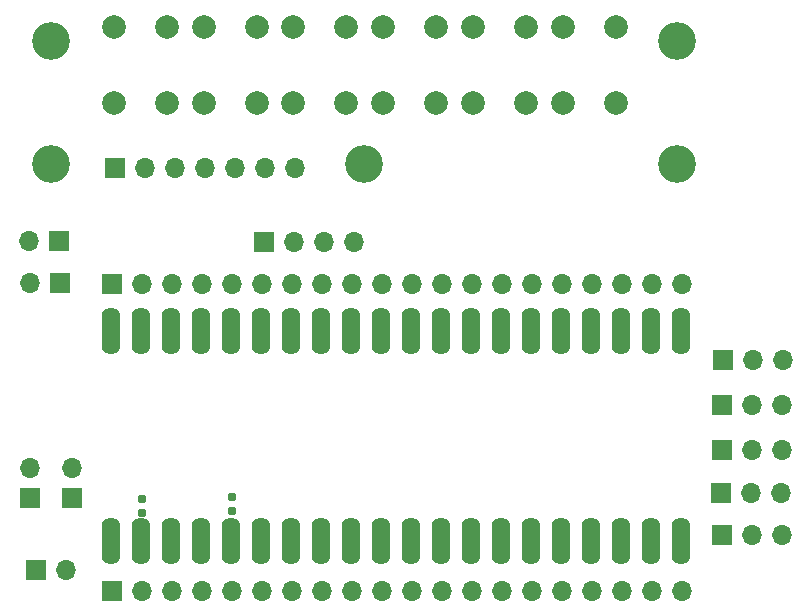
<source format=gbr>
%TF.GenerationSoftware,KiCad,Pcbnew,8.0.2*%
%TF.CreationDate,2024-06-06T20:57:22+03:00*%
%TF.ProjectId,FARA_KEYBOARD,46415241-5f4b-4455-9942-4f4152442e6b,rev?*%
%TF.SameCoordinates,Original*%
%TF.FileFunction,Soldermask,Top*%
%TF.FilePolarity,Negative*%
%FSLAX46Y46*%
G04 Gerber Fmt 4.6, Leading zero omitted, Abs format (unit mm)*
G04 Created by KiCad (PCBNEW 8.0.2) date 2024-06-06 20:57:22*
%MOMM*%
%LPD*%
G01*
G04 APERTURE LIST*
G04 Aperture macros list*
%AMRoundRect*
0 Rectangle with rounded corners*
0 $1 Rounding radius*
0 $2 $3 $4 $5 $6 $7 $8 $9 X,Y pos of 4 corners*
0 Add a 4 corners polygon primitive as box body*
4,1,4,$2,$3,$4,$5,$6,$7,$8,$9,$2,$3,0*
0 Add four circle primitives for the rounded corners*
1,1,$1+$1,$2,$3*
1,1,$1+$1,$4,$5*
1,1,$1+$1,$6,$7*
1,1,$1+$1,$8,$9*
0 Add four rect primitives between the rounded corners*
20,1,$1+$1,$2,$3,$4,$5,0*
20,1,$1+$1,$4,$5,$6,$7,0*
20,1,$1+$1,$6,$7,$8,$9,0*
20,1,$1+$1,$8,$9,$2,$3,0*%
G04 Aperture macros list end*
%ADD10C,2.000000*%
%ADD11RoundRect,0.160000X-0.160000X0.197500X-0.160000X-0.197500X0.160000X-0.197500X0.160000X0.197500X0*%
%ADD12C,3.200000*%
%ADD13R,1.700000X1.700000*%
%ADD14O,1.700000X1.700000*%
%ADD15O,1.600000X4.000000*%
G04 APERTURE END LIST*
D10*
%TO.C,SW4*%
X80300000Y-88900000D03*
X80300000Y-82400000D03*
X84800000Y-88900000D03*
X84800000Y-82400000D03*
%TD*%
%TO.C,SW1*%
X57500000Y-88900000D03*
X57500000Y-82400000D03*
X62000000Y-88900000D03*
X62000000Y-82400000D03*
%TD*%
D11*
%TO.C,R6*%
X67480000Y-122202500D03*
X67480000Y-123397500D03*
%TD*%
D10*
%TO.C,SW5*%
X87900000Y-88900000D03*
X87900000Y-82400000D03*
X92400000Y-88900000D03*
X92400000Y-82400000D03*
%TD*%
D12*
%TO.C,REF\u002A\u002A*%
X105200000Y-94000000D03*
%TD*%
%TO.C,REF\u002A\u002A*%
X105200000Y-83600000D03*
%TD*%
D13*
%TO.C,J1*%
X57600000Y-94400000D03*
D14*
X60140000Y-94400000D03*
X62680000Y-94400000D03*
X65220000Y-94400000D03*
X67760000Y-94400000D03*
X70300000Y-94400000D03*
X72840000Y-94400000D03*
%TD*%
D11*
%TO.C,R5*%
X59880000Y-122402500D03*
X59880000Y-123597500D03*
%TD*%
D12*
%TO.C,REF\u002A\u002A*%
X52200000Y-94000000D03*
%TD*%
D10*
%TO.C,SW6*%
X95500000Y-88900000D03*
X95500000Y-82400000D03*
X100000000Y-88900000D03*
X100000000Y-82400000D03*
%TD*%
D12*
%TO.C,REF\u002A\u002A*%
X52200000Y-83600000D03*
%TD*%
D10*
%TO.C,SW3*%
X72700000Y-88900000D03*
X72700000Y-82400000D03*
X77200000Y-88900000D03*
X77200000Y-82400000D03*
%TD*%
%TO.C,SW2*%
X65100000Y-88900000D03*
X65100000Y-82400000D03*
X69600000Y-88900000D03*
X69600000Y-82400000D03*
%TD*%
D12*
%TO.C,REF\u002A\u002A*%
X78700000Y-94000000D03*
%TD*%
D15*
%TO.C,U1*%
X57280000Y-108200000D03*
X59820000Y-108200000D03*
X62360000Y-108200000D03*
X64900000Y-108200000D03*
X67440000Y-108200000D03*
X69980000Y-108200000D03*
X72520000Y-108200000D03*
X75060000Y-108200000D03*
X77600000Y-108200000D03*
X80140000Y-108200000D03*
X82680000Y-108200000D03*
X85220000Y-108200000D03*
X87760000Y-108200000D03*
X90300000Y-108200000D03*
X92840000Y-108200000D03*
X95380000Y-108200000D03*
X97920000Y-108200000D03*
X100460000Y-108200000D03*
X103000000Y-108200000D03*
X105540000Y-108200000D03*
X105540000Y-125980000D03*
X103000000Y-125980000D03*
X100460000Y-125980000D03*
X97920000Y-125980000D03*
X95380000Y-125980000D03*
X92840000Y-125980000D03*
X90300000Y-125980000D03*
X87760000Y-125980000D03*
X85220000Y-125980000D03*
X82680000Y-125980000D03*
X80140000Y-125980000D03*
X77600000Y-125980000D03*
X75060000Y-125980000D03*
X72520000Y-125980000D03*
X69980000Y-125980000D03*
X67440000Y-125980000D03*
X64900000Y-125980000D03*
X62360000Y-125980000D03*
X59820000Y-125980000D03*
X57280000Y-125980000D03*
%TD*%
D13*
%TO.C,J11*%
X50400000Y-122270000D03*
D14*
X50400000Y-119730000D03*
%TD*%
D13*
%TO.C,J12*%
X54000000Y-122270000D03*
D14*
X54000000Y-119730000D03*
%TD*%
D13*
%TO.C,J9*%
X109075000Y-110645000D03*
D14*
X111615000Y-110645000D03*
X114155000Y-110645000D03*
%TD*%
D13*
%TO.C,J13*%
X52892500Y-100507500D03*
D14*
X50352500Y-100507500D03*
%TD*%
D13*
%TO.C,J3*%
X57320000Y-104200000D03*
D14*
X59860000Y-104200000D03*
X62400000Y-104200000D03*
X64940000Y-104200000D03*
X67480000Y-104200000D03*
X70020000Y-104200000D03*
X72560000Y-104200000D03*
X75100000Y-104200000D03*
X77640000Y-104200000D03*
X80180000Y-104200000D03*
X82720000Y-104200000D03*
X85260000Y-104200000D03*
X87800000Y-104200000D03*
X90340000Y-104200000D03*
X92880000Y-104200000D03*
X95420000Y-104200000D03*
X97960000Y-104200000D03*
X100500000Y-104200000D03*
X103040000Y-104200000D03*
X105580000Y-104200000D03*
%TD*%
D13*
%TO.C,J2*%
X57340000Y-130200000D03*
D14*
X59880000Y-130200000D03*
X62420000Y-130200000D03*
X64960000Y-130200000D03*
X67500000Y-130200000D03*
X70040000Y-130200000D03*
X72580000Y-130200000D03*
X75120000Y-130200000D03*
X77660000Y-130200000D03*
X80200000Y-130200000D03*
X82740000Y-130200000D03*
X85280000Y-130200000D03*
X87820000Y-130200000D03*
X90360000Y-130200000D03*
X92900000Y-130200000D03*
X95440000Y-130200000D03*
X97980000Y-130200000D03*
X100520000Y-130200000D03*
X103060000Y-130200000D03*
X105600000Y-130200000D03*
%TD*%
D13*
%TO.C,J4*%
X70200000Y-100600000D03*
D14*
X72740000Y-100600000D03*
X75280000Y-100600000D03*
X77820000Y-100600000D03*
%TD*%
D13*
%TO.C,J6*%
X108875000Y-121845000D03*
D14*
X111415000Y-121845000D03*
X113955000Y-121845000D03*
%TD*%
D13*
%TO.C,J7*%
X109000000Y-118220000D03*
D14*
X111540000Y-118220000D03*
X114080000Y-118220000D03*
%TD*%
D13*
%TO.C,J10*%
X52912500Y-104107500D03*
D14*
X50372500Y-104107500D03*
%TD*%
D13*
%TO.C,J5*%
X109000000Y-125420000D03*
D14*
X111540000Y-125420000D03*
X114080000Y-125420000D03*
%TD*%
D13*
%TO.C,J8*%
X109000000Y-114420000D03*
D14*
X111540000Y-114420000D03*
X114080000Y-114420000D03*
%TD*%
D13*
%TO.C,BZ1*%
X50925000Y-128400000D03*
D14*
X53465000Y-128400000D03*
%TD*%
M02*

</source>
